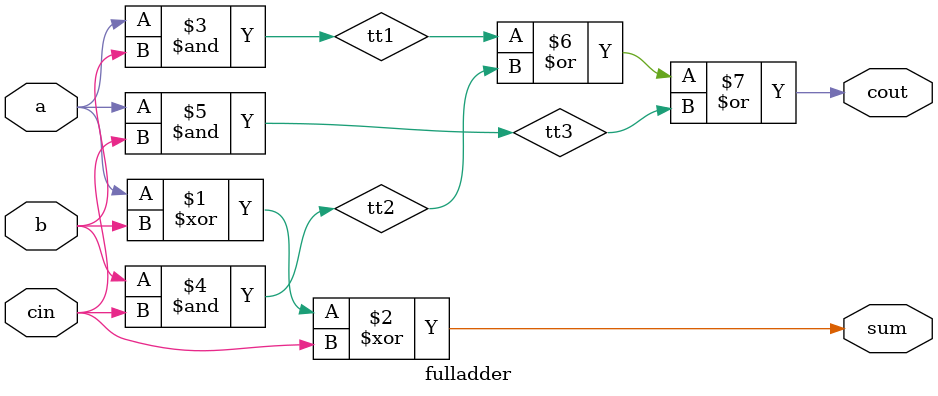
<source format=v>
`timescale 1ns / 1ps

module fulladder(sum, cout, a, b, cin);
    output sum, cout;
    input a, b, cin;
    wire sum, cout;
    wire tt1, tt2, tt3;

    xor x1 (sum, a, b, cin);

    and a1 (tt1, a, b);
    and a2 (tt2, b, cin);
    and a3 (tt3, a, cin);

    or (cout, tt1, tt2, tt3);
endmodule


</source>
